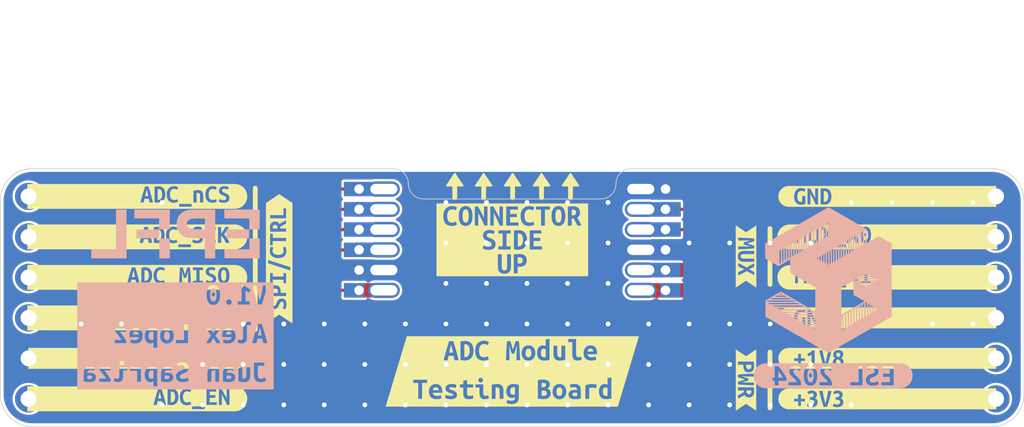
<source format=kicad_pcb>
(kicad_pcb (version 20240108) (generator "pcbnew") (generator_version "8.0")
  (layers (0 "F.Cu" signal) (1 "In1.Cu" signal) (2 "In2.Cu" signal) (31 "B.Cu" signal) (34 "B.Paste" user) (35 "F.Paste" user) (36 "B.SilkS" user "B.Silkscreen") (37 "F.SilkS" user "F.Silkscreen") (38 "B.Mask" user) (39 "F.Mask" user) (44 "Edge.Cuts" user))
  (net 0 "")
  (net 1 "Net-(J1A-ADC_CONV)")
  (net 2 "Net-(J1A-~{ADC_CS})")
  (net 3 "Net-(J1A-ADC_MISO)")
  (net 4 "Net-(J1A-ADC_EN)")
  (net 5 "/MUX_A1")
  (net 6 "/MUX_A0")
  (net 7 "GND")
  (net 8 "+3.3V")
  (net 9 "+1V8")
  (net 10 "Net-(J1A-ADC_SCK)")
  (footprint "X-MODs_PcbLib:ADC_Board_Socket_Conn_1.27mm" (layer "F.Cu") (at 141.605 93.182)
    (property "Reference" "J2" (hide yes))
    (property "Value" "~" (hide yes))
    (pad "1" thru_hole rect (at -9.6 2.878) (size 1.3 0.9) (drill 0.6 (offset -0.3 0)) (layers "*.Cu" "*.Mask") (net 2 "Net-(J1A-~{ADC_CS})"))
    (pad "1" thru_hole oval (at -8.05 2.878) (size 2 0.95) (drill oval 1.7 0.65) (layers "*.Cu" "*.Mask") (net 2 "Net-(J1A-~{ADC_CS})"))
    (pad "2" thru_hole rect (at -9.6 4.148) (size 1.3 0.9) (drill 0.6 (offset -0.3 0)) (layers "*.Cu" "*.Mask") (net 10 "Net-(J1A-ADC_SCK)"))
    (pad "2" thru_hole oval (at -8.05 4.148) (size 2 0.95) (drill oval 1.7 0.65) (layers "*.Cu" "*.Mask") (net 10 "Net-(J1A-ADC_SCK)"))
    (pad "3" thru_hole rect (at -9.6 5.418) (size 1.3 0.9) (drill 0.6 (offset -0.3 0)) (layers "*.Cu" "*.Mask") (net 3 "Net-(J1A-ADC_MISO)"))
    (pad "3" thru_hole oval (at -8.05 5.418) (size 2 0.95) (drill oval 1.7 0.65) (layers "*.Cu" "*.Mask") (net 3 "Net-(J1A-ADC_MISO)"))
    (pad "4" thru_hole rect (at -9.6 6.688) (size 1.3 0.9) (drill 0.6 (offset -0.3 0)) (layers "*.Cu" "*.Mask") (net 1 "Net-(J1A-ADC_CONV)"))
    (pad "4" thru_hole oval (at -8.05 6.688) (size 2 0.95) (drill oval 1.7 0.65) (layers "*.Cu" "*.Mask") (net 1 "Net-(J1A-ADC_CONV)"))
    (pad "5" thru_hole rect (at -9.6 7.958) (size 1.3 0.9) (drill 0.6 (offset -0.3 0)) (layers "*.Cu" "*.Mask") (net 7 "GND"))
    (pad "5" thru_hole oval (at -8.05 7.958) (size 2 0.95) (drill oval 1.7 0.65) (layers "*.Cu" "*.Mask") (net 7 "GND"))
    (pad "6" thru_hole rect (at -9.6 9.228) (size 1.3 0.9) (drill 0.6 (offset -0.3 0)) (layers "*.Cu" "*.Mask") (net 4 "Net-(J1A-ADC_EN)"))
    (pad "6" thru_hole oval (at -8.05 9.228) (size 2 0.95) (drill oval 1.7 0.65) (layers "*.Cu" "*.Mask") (net 4 "Net-(J1A-ADC_EN)"))
    (pad "7" thru_hole oval (at 8.05 9.228) (size 2 0.95) (drill oval 1.7 0.65) (layers "*.Cu" "*.Mask") (net 8 "+3.3V"))
    (pad "7" thru_hole rect (at 9.6 9.228) (size 1.3 0.9) (drill 0.6 (offset 0.3 0)) (layers "*.Cu" "*.Mask") (net 8 "+3.3V"))
    (pad "8" thru_hole oval (at 8.05 7.958) (size 2 0.95) (drill oval 1.7 0.65) (layers "*.Cu" "*.Mask") (net 9 "+1V8"))
    (pad "8" thru_hole rect (at 9.6 7.958) (size 1.3 0.9) (drill 0.6 (offset 0.3 0)) (layers "*.Cu" "*.Mask") (net 9 "+1V8"))
    (pad "9" thru_hole oval (at 8.05 6.688) (size 2 0.95) (drill oval 1.7 0.65) (layers "*.Cu" "*.Mask") (net 7 "GND"))
    (pad "9" thru_hole rect (at 9.6 6.688) (size 1.3 0.9) (drill 0.6 (offset 0.3 0)) (layers "*.Cu" "*.Mask") (net 7 "GND"))
    (pad "10" thru_hole oval (at 8.05 5.418) (size 2 0.95) (drill oval 1.7 0.65) (layers "*.Cu" "*.Mask") (net 5 "/MUX_A1"))
    (pad "10" thru_hole rect (at 9.6 5.418) (size 1.3 0.9) (drill 0.6 (offset 0.3 0)) (layers "*.Cu" "*.Mask") (net 5 "/MUX_A1"))
    (pad "11" thru_hole oval (at 8.05 4.148) (size 2 0.95) (drill oval 1.7 0.65) (layers "*.Cu" "*.Mask") (net 6 "/MUX_A0"))
    (pad "11" thru_hole rect (at 9.6 4.148) (size 1.3 0.9) (drill 0.6 (offset 0.3 0)) (layers "*.Cu" "*.Mask") (net 6 "/MUX_A0"))
    (pad "12" thru_hole oval (at 8.05 2.878) (size 2 0.95) (drill oval 1.7 0.65) (layers "*.Cu" "*.Mask") (net 7 "GND"))
    (pad "12" thru_hole rect (at 9.6 2.878) (size 1.3 0.9) (drill 0.6 (offset 0.3 0)) (layers "*.Cu" "*.Mask") (net 7 "GND"))
  )
  (footprint "kibuzzard-675213E4" (layer "F.Cu") (at 118.11 99.06)
    (property "Reference" "kibuzzard-675213E4" (hide yes))
    (property "Value" "G***" (hide yes))
  )
  (footprint "kibuzzard-6717DE61" (layer "F.Cu") (at 156.25 108.04 -90)
    (property "Reference" "kibuzzard-6717DE61" (hide yes))
    (property "Value" "G***" (hide yes))
  )
  (footprint "kibuzzard-6717DF55" (layer "F.Cu") (at 141.605 99.25)
    (property "Reference" "kibuzzard-6717DF55" (hide yes))
    (property "Value" "G***" (hide yes))
  )
  (footprint "kibuzzard-67521463" (layer "F.Cu") (at 165.1 106.68)
    (property "Reference" "kibuzzard-67521463" (hide yes))
    (property "Value" "G***" (hide yes))
  )
  (footprint "kibuzzard-675214A3" (layer "F.Cu") (at 127 100.435 90)
    (property "Reference" "kibuzzard-675214A3" (hide yes))
    (property "Value" "G***" (hide yes))
  )
  (footprint "kibuzzard-675213ED" (layer "F.Cu") (at 118.11 101.6)
    (property "Reference" "kibuzzard-675213ED" (hide yes))
    (property "Value" "G***" (hide yes))
  )
  (footprint "kibuzzard-67521447" (layer "F.Cu") (at 165.1 101.6)
    (property "Reference" "kibuzzard-67521447" (hide yes))
    (property "Value" "G***" (hide yes))
  )
  (footprint "kibuzzard-67521402" (layer "F.Cu") (at 118.11 106.68)
    (property "Reference" "kibuzzard-67521402" (hide yes))
    (property "Value" "G***" (hide yes))
  )
  (footprint "kibuzzard-6717DF50" (layer "F.Cu") (at 141.605 97.75)
    (property "Reference" "kibuzzard-6717DF50" (hide yes))
    (property "Value" "G***" (hide yes))
  )
  (footprint "kibuzzard-6752142A" (layer "F.Cu") (at 118.11 109.22)
    (property "Reference" "kibuzzard-6752142A" (hide yes))
    (property "Value" "G***" (hide yes))
  )
  (footprint "kibuzzard-6752145A" (layer "F.Cu") (at 165.1 104.14)
    (property "Reference" "kibuzzard-6752145A" (hide yes))
    (property "Value" "G***" (hide yes))
  )
  (footprint "kibuzzard-675213DB" (layer "F.Cu") (at 118.11 96.52)
    (property "Reference" "kibuzzard-675213DB" (hide yes))
    (property "Value" "G***" (hide yes))
  )
  (footprint "kibuzzard-675213F9" (layer "F.Cu") (at 118.11 104.14)
    (property "Reference" "kibuzzard-675213F9" (hide yes))
    (property "Value" "G***" (hide yes))
  )
  (footprint "kibuzzard-6717DF5A" (layer "F.Cu") (at 141.605 100.75)
    (property "Reference" "kibuzzard-6717DF5A" (hide yes))
    (property "Value" "G***" (hide yes))
  )
  (footprint "kibuzzard-67521441" (layer "F.Cu") (at 165.1 99.06)
    (property "Reference" "kibuzzard-67521441" (hide yes))
    (property "Value" "G***" (hide yes))
  )
  (footprint "kibuzzard-67521439" (layer "F.Cu") (at 165.1 96.52)
    (property "Reference" "kibuzzard-67521439" (hide yes))
    (property "Value" "G***" (hide yes))
  )
  (footprint "kibuzzard-67521485" (layer "F.Cu") (at 165.1 109.22)
    (property "Reference" "kibuzzard-67521485" (hide yes))
    (property "Value" "G***" (hide yes))
  )
  (footprint "kibuzzard-67521825" (layer "F.Cu") (at 141.605 107.5)
    (property "Reference" "kibuzzard-67521825" (hide yes))
    (property "Value" "G***" (hide yes))
  )
  (footprint "X-MODs_PcbLib:ADC_Board_Header_Conn_2.54mm" (layer "F.Cu") (at 141.605 102.87)
    (property "Reference" "J1" (hide yes))
    (property "Value" "~" (hide yes))
    (pad "1" thru_hole oval (at -30.31 -6.35) (size 1.7 1.7) (drill 1) (layers "*.Cu" "*.Mask") (net 2 "Net-(J1A-~{ADC_CS})"))
    (pad "2" thru_hole oval (at -30.31 -3.81) (size 1.7 1.7) (drill 1) (layers "*.Cu" "*.Mask") (net 10 "Net-(J1A-ADC_SCK)"))
    (pad "3" thru_hole oval (at -30.31 -1.27) (size 1.7 1.7) (drill 1) (layers "*.Cu" "*.Mask") (net 3 "Net-(J1A-ADC_MISO)"))
    (pad "4" thru_hole oval (at -30.31 1.27) (size 1.7 1.7) (drill 1) (layers "*.Cu" "*.Mask") (net 1 "Net-(J1A-ADC_CONV)"))
    (pad "5" thru_hole oval (at -30.31 3.81) (size 1.7 1.7) (drill 1) (layers "*.Cu" "*.Mask") (net 7 "GND"))
    (pad "6" thru_hole oval (at -30.31 6.35) (size 1.7 1.7) (drill 1) (layers "*.Cu" "*.Mask") (net 4 "Net-(J1A-ADC_EN)"))
    (pad "7" thru_hole oval (at 30.31 6.35) (size 1.7 1.7) (drill 1) (layers "*.Cu" "*.Mask") (net 8 "+3.3V"))
    (pad "8" thru_hole oval (at 30.31 3.81) (size 1.7 1.7) (drill 1) (layers "*.Cu" "*.Mask") (net 9 "+1V8"))
    (pad "9" thru_hole oval (at 30.31 1.27) (size 1.7 1.7) (drill 1) (layers "*.Cu" "*.Mask") (net 7 "GND"))
    (pad "10" thru_hole oval (at 30.31 -1.27) (size 1.7 1.7) (drill 1) (layers "*.Cu" "*.Mask") (net 5 "/MUX_A1"))
    (pad "11" thru_hole oval (at 30.31 -3.81) (size 1.7 1.7) (drill 1) (layers "*.Cu" "*.Mask") (net 6 "/MUX_A0"))
    (pad "12" thru_hole oval (at 30.31 -6.35) (size 1.7 1.7) (drill 1) (layers "*.Cu" "*.Mask") (net 7 "GND"))
  )
  (footprint "kibuzzard-6717DE83" (layer "F.Cu") (at 156.25 100.29 -90)
    (property "Reference" "kibuzzard-6717DE83" (hide yes))
    (property "Value" "G***" (hide yes))
  )
  (footprint "kibuzzard-66CFCF0D" (layer "B.Cu") (at 161.706966 107.77 180)
    (property "Reference" "kibuzzard-66CFCF0D" (hide yes))
    (property "Value" "G***" (hide yes))
  )
  (footprint "LOGO" (layer "B.Cu") (at 120.5 98.87 180)
    (property "Reference" "G***" (hide yes))
    (property "Value" "LOGO" (hide yes))
  )
  (footprint "kibuzzard-675218DD" (layer "B.Cu") (at 120.5 105.27 180)
    (property "Reference" "kibuzzard-675218DD" (hide yes))
    (property "Value" "G***" (hide yes))
  )
  (footprint "LOGO" (layer "B.Cu") (at 161.706966 101.83079 180)
    (property "Reference" "G***" (hide yes))
    (property "Value" "LOGO" (hide yes))
  )
  (gr_line (start 141.625 96.6) (end 141.625 95.35) (stroke (width 0.3)) (layer "F.SilkS"))
  (gr_poly (pts (xy 143.4375 95.1) (xy 142.9375 95.85) (xy 143.9375 95.85)) (stroke (width 0.1)) (fill solid) (layer "F.SilkS"))
  (gr_poly (pts (xy 141.625 95.1) (xy 141.125 95.85) (xy 142.125 95.85)) (stroke (width 0.1)) (fill solid) (layer "F.SilkS"))
  (gr_line (start 157.75 109.79) (end 157.75 106.29) (stroke (width 0.3)) (layer "F.SilkS"))
  (gr_line (start 143.4375 96.6) (end 143.4375 95.35) (stroke (width 0.3)) (layer "F.SilkS"))
  (gr_line (start 145.25 96.6) (end 145.25 95.35) (stroke (width 0.3)) (layer "F.SilkS"))
  (gr_line (start 125.5 96) (end 125.5 104.87) (stroke (width 0.3)) (layer "F.SilkS"))
  (gr_line (start 138 96.6) (end 138 95.35) (stroke (width 0.3)) (layer "F.SilkS"))
  (gr_line (start 139.8125 96.6) (end 139.8125 95.35) (stroke (width 0.3)) (layer "F.SilkS"))
  (gr_poly (pts (xy 145.25 95.1) (xy 144.75 95.85) (xy 145.75 95.85)) (stroke (width 0.1)) (fill solid) (layer "F.SilkS"))
  (gr_line (start 157.75 102.04) (end 157.75 98.54) (stroke (width 0.3)) (layer "F.SilkS"))
  (gr_poly (pts (xy 138 95.1) (xy 137.5 95.85) (xy 138.5 95.85)) (stroke (width 0.1)) (fill solid) (layer "F.SilkS"))
  (gr_poly (pts (xy 139.8125 95.1) (xy 139.3125 95.85) (xy 140.3125 95.85)) (stroke (width 0.1)) (fill solid) (layer "F.SilkS"))
  (gr_arc (start 134.141 94.779) (mid 134.813105 95.057395) (end 135.0915 95.7295) (stroke (width 0.05)) (layer "Edge.Cuts"))
  (gr_arc (start 111.531 110.955) (mid 110.116786 110.369214) (end 109.531 108.955) (stroke (width 0.05)) (layer "Edge.Cuts"))
  (gr_arc (start 171.661 94.779) (mid 173.075214 95.364786) (end 173.661 96.779) (stroke (width 0.05)) (layer "Edge.Cuts"))
  (gr_arc (start 173.661 108.955) (mid 173.075214 110.369214) (end 171.661 110.955) (stroke (width 0.05)) (layer "Edge.Cuts"))
  (gr_arc (start 148.1005 95.7295) (mid 148.378895 95.057395) (end 149.051 94.779) (stroke (width 0.05)) (layer "Edge.Cuts"))
  (gr_line (start 147.15 96.68) (end 136.042 96.68) (stroke (width 0.05)) (layer "Edge.Cuts"))
  (gr_arc (start 148.1005 95.7295) (mid 147.822105 96.401605) (end 147.15 96.68) (stroke (width 0.05)) (layer "Edge.Cuts"))
  (gr_arc (start 136.042 96.68) (mid 135.369895 96.401605) (end 135.0915 95.7295) (stroke (width 0.05)) (layer "Edge.Cuts"))
  (gr_line (start 173.661 108.955) (end 173.661 96.779) (stroke (width 0.05)) (layer "Edge.Cuts"))
  (gr_line (start 171.661 94.779) (end 149.051 94.779) (stroke (width 0.05)) (layer "Edge.Cuts"))
  (gr_line (start 134.141 94.779) (end 111.531 94.779) (stroke (width 0.05)) (layer "Edge.Cuts"))
  (gr_line (start 171.661 110.955) (end 111.531 110.955) (stroke (width 0.05)) (layer "Edge.Cuts"))
  (gr_line (start 109.531 108.955) (end 109.531 96.779) (stroke (width 0.05)) (layer "Edge.Cuts"))
  (gr_arc (start 109.531 96.779) (mid 110.116786 95.364786) (end 111.531 94.779) (stroke (width 0.05)) (layer "Edge.Cuts"))
  (gr_line (start 142.18 94.779) (end 142.18 94.779) (stroke (width 0.05)) (layer "Edge.Cuts"))
  (segment (start 121.97 99.88) (end 132.075 99.88) (width 0.2) (layer "F.Cu") (net 1))
  (segment (start 111.365 103.97) (end 117.88 103.97) (width 0.2) (layer "F.Cu") (net 1))
  (segment (start 131.809419 99.87) (end 133.359419 99.87) (width 0.9) (layer "F.Cu") (net 1))
  (segment (start 117.88 103.97) (end 121.97 99.88) (width 0.2) (layer "F.Cu") (net 1))
  (segment (start 131.809419 99.87) (end 133.359419 99.87) (width 0.9) (layer "B.Cu") (net 1))
  (segment (start 133.309419 96.06) (end 119.205 96.06) (width 0.2) (layer "F.Cu") (net 2))
  (segment (start 119.205 96.06) (end 118.745 96.52) (width 0.2) (layer "F.Cu") (net 2))
  (segment (start 118.745 96.52) (end 111.295 96.52) (width 0.2) (layer "F.Cu") (net 2))
  (segment (start 131.809419 96.06) (end 133.359419 96.06) (width 0.9) (layer "F.Cu") (net 2))
  (segment (start 131.809419 96.06) (end 133.359419 96.06) (width 0.9) (layer "B.Cu") (net 2))
  (segment (start 121.11 98.6) (end 132.005 98.6) (width 0.2) (layer "F.Cu") (net 3))
  (segment (start 111.295 101.6) (end 118.11 101.6) (width 0.2) (layer "F.Cu") (net 3))
  (segment (start 131.809419 98.6) (end 133.359419 98.6) (width 0.9) (layer "F.Cu") (net 3))
  (segment (start 118.11 101.6) (end 121.11 98.6) (width 0.2) (layer "F.Cu") (net 3))
  (segment (start 131.809419 98.6) (end 133.359419 98.6) (width 0.9) (layer "B.Cu") (net 3))
  (segment (start 132.005 102.41) (end 123.53 102.41) (width 0.2) (layer "F.Cu") (net 4))
  (segment (start 123.53 102.41) (end 116.72 109.22) (width 0.2) (layer "F.Cu") (net 4))
  (segment (start 131.78 102.41) (end 133.33 102.41) (width 0.9) (layer "F.Cu") (net 4))
  (segment (start 116.72 109.22) (end 111.295 109.22) (width 0.2) (layer "F.Cu") (net 4))
  (segment (start 151.210305 98.605305) (end 161.205305 98.605305) (width 0.2) (layer "F.Cu") (net 5))
  (segment (start 171.775 101.74) (end 172.027609 101.487391) (width 0.2) (layer "F.Cu") (net 5))
  (segment (start 151.205 98.6) (end 151.210305 98.605305) (width 0.2) (layer "F.Cu") (net 5))
  (segment (start 151.085581 98.61) (end 149.535581 98.61) (width 0.9) (layer "F.Cu") (net 5))
  (segment (start 161.205305 98.605305) (end 164.34 101.74) (width 0.2) (layer "F.Cu") (net 5))
  (segment (start 164.34 101.74) (end 171.775 101.74) (width 0.2) (layer "F.Cu") (net 5))
  (segment (start 151.455581 98.6) (end 149.905581 98.6) (width 0.9) (layer "B.Cu") (net 5))
  (segment (start 151.085581 97.34) (end 149.535581 97.34) (width 0.9) (layer "F.Cu") (net 6))
  (segment (start 171.915 99.06) (end 163.7 99.06) (width 0.2) (layer "F.Cu") (net 6))
  (segment (start 161.97 97.33) (end 151.205 97.33) (width 0.2) (layer "F.Cu") (net 6))
  (segment (start 163.7 99.06) (end 161.97 97.33) (width 0.2) (layer "F.Cu") (net 6))
  (segment (start 151.455581 97.33) (end 149.905581 97.33) (width 0.9) (layer "B.Cu") (net 6))
  (segment (start 151.085581 96.07) (end 149.535581 96.07) (width 0.9) (layer "F.Cu") (net 7))
  (segment (start 131.809419 101.14) (end 133.359419 101.14) (width 0.9) (layer "F.Cu") (net 7))
  (segment (start 151.085581 99.88) (end 149.535581 99.88) (width 0.9) (layer "F.Cu") (net 7))
  (segment (start 111.295 106.68) (end 117.1575 106.68) (width 0.2) (layer "F.Cu") (net 7))
  (segment (start 122.6975 101.14) (end 132.005 101.14) (width 0.2) (layer "F.Cu") (net 7))
  (segment (start 117.1575 106.68) (end 122.6975 101.14) (width 0.2) (layer "F.Cu") (net 7))
  (via (at 134.906 109.599728) (size 0.45) (drill 0.3) (layers "F.Cu" "B.Cu") (net 7))
  (via (at 165.386 96.899728) (size 0.45) (drill 0.3) (layers "F.Cu" "B.Cu") (net 7))
  (via (at 145.066 109.599728) (size 0.45) (drill 0.3) (layers "F.Cu" "B.Cu") (net 7))
  (via (at 129.826 109.599728) (size 0.45) (drill 0.3) (layers "F.Cu" "B.Cu") (net 7))
  (via (at 157.766 99.439728) (size 0.45) (drill 0.3) (layers "F.Cu" "B.Cu") (net 7))
  (via (at 145.066 101.979728) (size 0.45) (drill 0.3) (layers "F.Cu" "B.Cu") (net 7))
  (via (at 155.226 107.059728) (size 0.45) (drill 0.3) (layers "F.Cu" "B.Cu") (net 7))
  (via (at 152.686 104.519728) (size 0.45) (drill 0.3) (layers "F.Cu" "B.Cu") (net 7))
  (via (at 142.526 109.599728) (size 0.45) (drill 0.3) (layers "F.Cu" "B.Cu") (net 7))
  (via (at 155.226 104.519728) (size 0.45) (drill 0.3) (layers "F.Cu" "B.Cu") (net 7))
  (via (at 127.286 109.599728) (size 0.45) (drill 0.3) (layers "F.Cu" "B.Cu") (net 7))
  (via (at 137.446 101.979728) (size 0.45) (drill 0.3) (layers "F.Cu" "B.Cu") (net 7))
  (via (at 152.686 99.439728) (size 0.45) (drill 0.3) (layers "F.Cu" "B.Cu") (net 7))
  (via (at 150.146 107.059728) (size 0.45) (drill 0.3) (layers "F.Cu" "B.Cu") (net 7))
  (via (at 134.906 104.519728) (size 0.45) (drill 0.3) (layers "F.Cu" "B.Cu") (net 7))
  (via (at 167.926 96.899728) (size 0.45) (drill 0.3) (layers "F.Cu" "B.Cu") (net 7))
  (via (at 145.066 96.899728) (size 0.45) (drill 0.3) (layers "F.Cu" "B.Cu") (net 7))
  (via (at 160.306 99.439728) (size 0.45) (drill 0.3) (layers "F.Cu" "B.Cu") (net 7))
  (via (at 119.666 109.599728) (size 0.45) (drill 0.3) (layers "F.Cu" "B.Cu") (net 7))
  (via (at 142.526 104.519728) (size 0.45) (drill 0.3) (layers "F.Cu" "B.Cu") (net 7))
  (via (at 132.366 104.519728) (size 0.45) (drill 0.3) (layers "F.Cu" "B.Cu") (net 7))
  (via (at 147.606 99.439728) (size 0.45) (drill 0.3) (layers "F.Cu" "B.Cu") (net 7))
  (via (at 122.206 109.599728) (size 0.45) (drill 0.3) (layers "F.Cu" "B.Cu") (net 7))
  (via (at 147.606 101.979728) (size 0.45) (drill 0.3) (layers "F.Cu" "B.Cu") (net 7))
  (via (at 145.066 107.059728) (size 0.45) (drill 0.3) (layers "F.Cu" "B.Cu") (net 7))
  (via (at 142.526 96.899728) (size 0.45) (drill 0.3) (layers "F.Cu" "B.Cu") (net 7))
  (via (at 157.766 104.519728) (size 0.45) (drill 0.3) (layers "F.Cu" "B.Cu") (net 7))
  (via (at 160.306 109.599728) (size 0.45) (drill 0.3) (layers "F.Cu" "B.Cu") (net 7))
  (via (at 129.826 107.059728) (size 0.45) (drill 0.3) (layers "F.Cu" "B.Cu") (net 7))
  (via (at 129.826 104.519728) (size 0.45) (drill 0.3) (layers "F.Cu" "B.Cu") (net 7))
  (via (at 145.066 99.439728) (size 0.45) (drill 0.3) (layers "F.Cu" "B.Cu") (net 7))
  (via (at 127.286 104.519728) (size 0.45) (drill 0.3) (layers "F.Cu" "B.Cu") (net 7))
  (via (at 137.446 99.439728) (size 0.45) (drill 0.3) (layers "F.Cu" "B.Cu") (net 7))
  (via (at 167.926 104.519728) (size 0.45) (drill 0.3) (layers "F.Cu" "B.Cu") (net 7))
  (via (at 139.986 101.979728) (size 0.45) (drill 0.3) (layers "F.Cu" "B.Cu") (net 7))
  (via (at 142.526 101.979728) (size 0.45) (drill 0.3) (layers "F.Cu" "B.Cu") (net 7))
  (via (at 147.606 96.899728) (size 0.45) (drill 0.3) (layers "F.Cu" "B.Cu") (net 7))
  (via (at 114.586 104.519728) (size 0.45) (drill 0.3) (layers "F.Cu" "B.Cu") (net 7))
  (via (at 137.446 96.899728) (size 0.45) (drill 0.3) (layers "F.Cu" "B.Cu") (net 7))
  (via (at 152.686 109.599728) (size 0.45) (drill 0.3) (layers "F.Cu" "B.Cu") (net 7))
  (via (at 152.686 107.059728) (size 0.45) (drill 0.3) (layers "F.Cu" "B.Cu") (net 7))
  (via (at 132.366 107.059728) (size 0.45) (drill 0.3) (layers "F.Cu" "B.Cu") (net 7))
  (via (at 137.446 109.599728) (size 0.45) (drill 0.3) (layers "F.Cu" "B.Cu") (net 7))
  (via (at 132.366 109.599728) (size 0.45) (drill 0.3) (layers "F.Cu" "B.Cu") (net 7))
  (via (at 139.986 109.599728) (size 0.45) (drill 0.3) (layers "F.Cu" "B.Cu") (net 7))
  (via (at 139.986 107.059728) (size 0.45) (drill 0.3) (layers "F.Cu" "B.Cu") (net 7))
  (via (at 170.466 96.899728) (size 0.45) (drill 0.3) (layers "F.Cu" "B.Cu") (net 7))
  (via (at 147.606 109.599728) (size 0.45) (drill 0.3) (layers "F.Cu" "B.Cu") (net 7))
  (via (at 139.986 104.519728) (size 0.45) (drill 0.3) (layers "F.Cu" "B.Cu") (net 7))
  (via (at 139.986 96.899728) (size 0.45) (drill 0.3) (layers "F.Cu" "B.Cu") (net 7))
  (via (at 122.206 107.059728) (size 0.45) (drill 0.3) (layers "F.Cu" "B.Cu") (net 7))
  (via (at 145.066 104.519728) (size 0.45) (drill 0.3) (layers "F.Cu" "B.Cu") (net 7))
  (via (at 160.306 107.059728) (size 0.45) (drill 0.3) (layers "F.Cu" "B.Cu") (net 7))
  (via (at 137.446 107.059728) (size 0.45) (drill 0.3) (layers "F.Cu" "B.Cu") (net 7))
  (via (at 150.146 109.599728) (size 0.45) (drill 0.3) (layers "F.Cu" "B.Cu") (net 7))
  (via (at 157.766 107.059728) (size 0.45) (drill 0.3) (layers "F.Cu" "B.Cu") (net 7))
  (via (at 147.606 107.059728) (size 0.45) (drill 0.3) (layers "F.Cu" "B.Cu") (net 7))
  (via (at 142.526 107.059728) (size 0.45) (drill 0.3) (layers "F.Cu" "B.Cu") (net 7))
  (via (at 117.126 104.519728) (size 0.45) (drill 0.3) (layers "F.Cu" "B.Cu") (net 7))
  (via (at 124.746 109.599728) (size 0.45) (drill 0.3) (layers "F.Cu" "B.Cu") (net 7))
  (via (at 142.526 99.439728) (size 0.45) (drill 0.3) (layers "F.Cu" "B.Cu") (net 7))
  (via (at 150.146 104.519728) (size 0.45) (drill 0.3) (layers "F.Cu" "B.Cu") (net 7))
  (via (at 124.746 107.059728) (size 0.45) (drill 0.3) (layers "F.Cu" "B.Cu") (net 7))
  (via (at 134.906 107.059728) (size 0.45) (drill 0.3) (layers "F.Cu" "B.Cu") (net 7))
  (via (at 124.746 104.519728) (size 0.45) (drill 0.3) (layers "F.Cu" "B.Cu") (net 7))
  (via (at 162.846 109.599728) (size 0.45) (drill 0.3) (layers "F.Cu" "B.Cu") (net 7))
  (via (at 119.666 96.899728) (size 0.45) (drill 0.3) (layers "F.Cu" "B.Cu") (net 7))
  (via (at 147.606 104.519728) (size 0.45) (drill 0.3) (layers "F.Cu" "B.Cu") (net 7))
  (via (at 162.846 96.899728) (size 0.45) (drill 0.3) (layers "F.Cu" "B.Cu") (net 7))
  (via (at 127.286 107.059728) (size 0.45) (drill 0.3) (layers "F.Cu" "B.Cu") (net 7))
  (via (at 155.226 99.439728) (size 0.45) (drill 0.3) (layers "F.Cu" "B.Cu") (net 7))
  (via (at 157.766 109.599728) (size 0.45) (drill 0.3) (layers "F.Cu" "B.Cu") (net 7))
  (via (at 155.226 109.599728) (size 0.45) (drill 0.3) (layers "F.Cu" "B.Cu") (net 7))
  (via (at 139.986 99.439728) (size 0.45) (drill 0.3) (layers "F.Cu" "B.Cu") (net 7))
  (via (at 137.446 104.519728) (size 0.45) (drill 0.3) (layers "F.Cu" "B.Cu") (net 7))
  (via (at 170.466 104.519728) (size 0.45) (drill 0.3) (layers "F.Cu" "B.Cu") (net 7))
  (segment (start 131.809419 101.14) (end 133.359419 101.14) (width 0.9) (layer "B.Cu") (net 7))
  (segment (start 151.455581 99.87) (end 149.905581 99.87) (width 0.9) (layer "B.Cu") (net 7))
  (segment (start 151.455581 96.06) (end 149.905581 96.06) (width 0.9) (layer "B.Cu") (net 7))
  (segment (start 149.960886 102.415305) (end 159.195305 102.415305) (width 0.9) (layer "F.Cu") (net 8))
  (segment (start 151.205 102.41) (end 149.655 102.41) (width 0.9) (layer "F.Cu") (net 8))
  (segment (start 166 109.22) (end 171.915 109.22) (width 0.9) (layer "F.Cu") (net 8))
  (segment (start 159.195305 102.415305) (end 166 109.22) (width 0.9) (layer "F.Cu") (net 8))
  (segment (start 149.955581 102.41) (end 149.960886 102.415305) (width 0.9) (layer "F.Cu") (net 8))
  (segment (start 151.085581 101.15) (end 149.535581 101.15) (width 0.9) (layer "F.Cu") (net 9))
  (segment (start 161.01 101.14) (end 166.55 106.68) (width 0.9) (layer "F.Cu") (net 9))
  (segment (start 166.55 106.68) (end 171.915 106.68) (width 0.9) (layer "F.Cu") (net 9))
  (segment (start 149.955581 101.14) (end 161.01 101.14) (width 0.9) (layer "F.Cu") (net 9))
  (segment (start 151.455581 101.14) (end 149.905581 101.14) (width 0.9) (layer "B.Cu") (net 9))
  (segment (start 120.475 97.33) (end 118.745 99.06) (width 0.2) (layer "F.Cu") (net 10))
  (segment (start 132.005 97.33) (end 120.475 97.33) (width 0.2) (layer "F.Cu") (net 10))
  (segment (start 118.745 99.06) (end 111.295 99.06) (width 0.2) (layer "F.Cu") (net 10))
  (segment (start 131.809419 97.33) (end 133.359419 97.33) (width 0.9) (layer "F.Cu") (net 10))
  (segment (start 131.809419 97.33) (end 133.359419 97.33) (width 0.9) (layer "B.Cu") (net 10))
  (zone (net 7) (net_name "GND") (layers "In1.Cu" "In2.Cu" "B.Cu") (connect_pads yes (clearance 0.15)) (min_thickness 0.15) (fill yes (thermal_gap 0.5) (thermal_bridge_width 0.5))
    (polygon (pts (xy 109.531 94.779) (xy 173.661 94.779) (xy 173.661 110.955) (xy 109.531 110.955)))
  )
)
</source>
